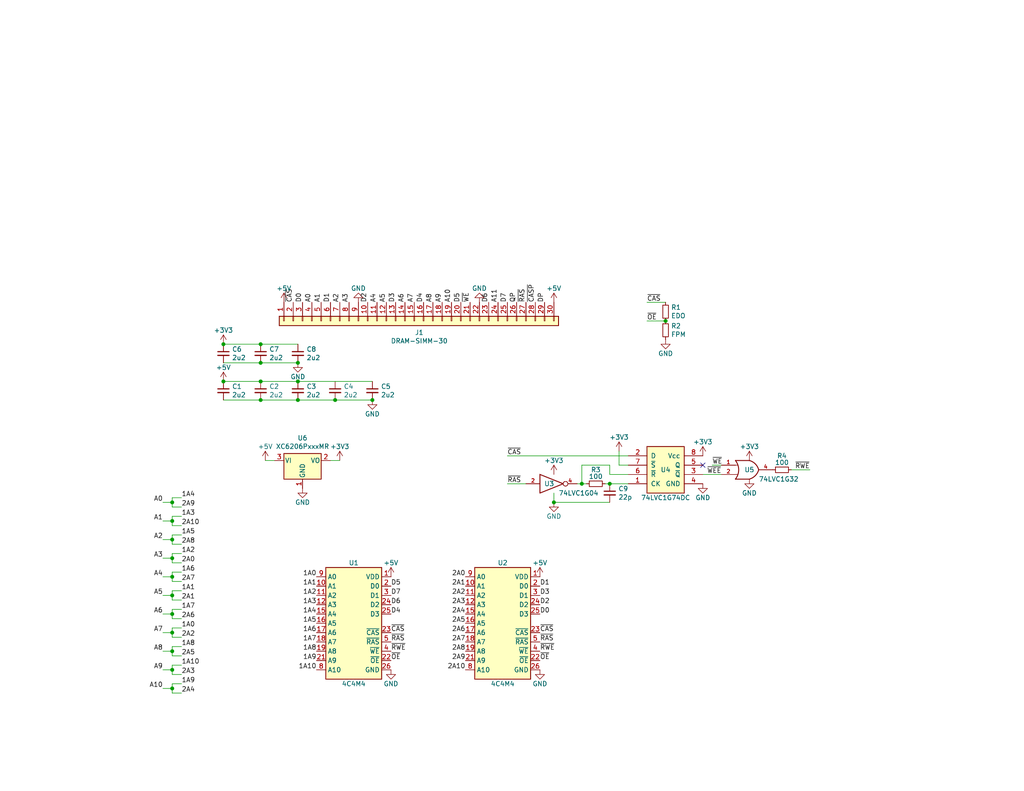
<source format=kicad_sch>
(kicad_sch (version 20211123) (generator eeschema)
  (paper "USLetter")
  (title_block (title "GW4194A") (date "2021-06-19") (rev "1.0") (company "Garrett's Workshop"))
  (lib_symbols
    (symbol "74xGxx:74AHCT1G04" (pin_names (offset 1.016))
      (property "Reference" "U" (at -2.54 3.81 0))
      (property "Value" "74AHCT1G04" (at 0 -3.81 0))
      (symbol "74AHCT1G04_0_1"
        (polyline (pts (xy -3.81 2.54) (xy -3.81 -2.54) (xy 2.54 0) (xy -3.81 2.54)) (stroke (width 0.254)))
      )
      (symbol "74AHCT1G04_1_1"
        (pin input line (at -7.62 0 0) (length 3.81) (name "~") (number "2"))
        (pin power_in line (at 0 -2.54 270) (length 0) hide (name "GND") (number "3"))
        (pin output inverted (at 6.35 0 180) (length 3.81) (name "~") (number "4"))
        (pin power_in line (at 0 2.54 90) (length 0) hide (name "VCC") (number "5"))
      )
    )
    (symbol "74xGxx:74AHCT1G32" (pin_names (offset 1.016))
      (property "Reference" "U" (at -2.54 3.81 0))
      (property "Value" "74AHCT1G32" (at 0 -3.81 0))
      (symbol "74AHCT1G32_0_1"
        (arc (start -3.81 -2.54) (mid -2.919 0) (end -3.81 2.54) (stroke (width 0.254)))
        (arc (start 0 -2.54) (mid 1.5993 -1.6027) (end 2.54 0) (stroke (width 0.254)))
        (polyline (pts (xy -3.81 -1.27) (xy -3.175 -1.27)))
        (polyline (pts (xy -3.81 1.27) (xy -3.175 1.27)))
        (polyline (pts (xy 0 -2.54) (xy -3.81 -2.54)) (stroke (width 0.254)) (fill (type background)))
        (polyline (pts (xy 0 2.54) (xy -3.81 2.54)) (stroke (width 0.254)) (fill (type background)))
        (arc (start 2.54 0) (mid 1.6119 1.6152) (end 0 2.54) (stroke (width 0.254)))
      )
      (symbol "74AHCT1G32_1_1"
        (pin input line (at -7.62 1.27 0) (length 3.81) (name "~") (number "1"))
        (pin input line (at -7.62 -1.27 0) (length 3.81) (name "~") (number "2"))
        (pin power_in line (at 0 -2.54 270) (length 0) hide (name "GND") (number "3"))
        (pin output line (at 6.35 0 180) (length 3.81) (name "~") (number "4"))
        (pin power_in line (at 0 2.54 90) (length 0) hide (name "VCC") (number "5"))
      )
    )
    (symbol "Connector_Generic:Conn_01x30" (pin_names (offset 1.016) hide)
      (property "Reference" "J" (at 0 38.1 0))
      (property "Value" "Conn_01x30" (at 0 -40.64 0))
      (symbol "Conn_01x30_1_1"
        (rectangle (start -1.27 -37.973) (end 0 -38.227) (stroke (width 0.1524)))
        (rectangle (start -1.27 -35.433) (end 0 -35.687) (stroke (width 0.1524)))
        (rectangle (start -1.27 -32.893) (end 0 -33.147) (stroke (width 0.1524)))
        (rectangle (start -1.27 -30.353) (end 0 -30.607) (stroke (width 0.1524)))
        (rectangle (start -1.27 -27.813) (end 0 -28.067) (stroke (width 0.1524)))
        (rectangle (start -1.27 -25.273) (end 0 -25.527) (stroke (width 0.1524)))
        (rectangle (start -1.27 -22.733) (end 0 -22.987) (stroke (width 0.1524)))
        (rectangle (start -1.27 -20.193) (end 0 -20.447) (stroke (width 0.1524)))
        (rectangle (start -1.27 -17.653) (end 0 -17.907) (stroke (width 0.1524)))
        (rectangle (start -1.27 -15.113) (end 0 -15.367) (stroke (width 0.1524)))
        (rectangle (start -1.27 -12.573) (end 0 -12.827) (stroke (width 0.1524)))
        (rectangle (start -1.27 -10.033) (end 0 -10.287) (stroke (width 0.1524)))
        (rectangle (start -1.27 -7.493) (end 0 -7.747) (stroke (width 0.1524)))
        (rectangle (start -1.27 -4.953) (end 0 -5.207) (stroke (width 0.1524)))
        (rectangle (start -1.27 -2.413) (end 0 -2.667) (stroke (width 0.1524)))
        (rectangle (start -1.27 0.127) (end 0 -0.127) (stroke (width 0.1524)))
        (rectangle (start -1.27 2.667) (end 0 2.413) (stroke (width 0.1524)))
        (rectangle (start -1.27 5.207) (end 0 4.953) (stroke (width 0.1524)))
        (rectangle (start -1.27 7.747) (end 0 7.493) (stroke (width 0.1524)))
        (rectangle (start -1.27 10.287) (end 0 10.033) (stroke (width 0.1524)))
        (rectangle (start -1.27 12.827) (end 0 12.573) (stroke (width 0.1524)))
        (rectangle (start -1.27 15.367) (end 0 15.113) (stroke (width 0.1524)))
        (rectangle (start -1.27 17.907) (end 0 17.653) (stroke (width 0.1524)))
        (rectangle (start -1.27 20.447) (end 0 20.193) (stroke (width 0.1524)))
        (rectangle (start -1.27 22.987) (end 0 22.733) (stroke (width 0.1524)))
        (rectangle (start -1.27 25.527) (end 0 25.273) (stroke (width 0.1524)))
        (rectangle (start -1.27 28.067) (end 0 27.813) (stroke (width 0.1524)))
        (rectangle (start -1.27 30.607) (end 0 30.353) (stroke (width 0.1524)))
        (rectangle (start -1.27 33.147) (end 0 32.893) (stroke (width 0.1524)))
        (rectangle (start -1.27 35.687) (end 0 35.433) (stroke (width 0.1524)))
        (rectangle (start -1.27 36.83) (end 1.27 -39.37) (stroke (width 0.254)) (fill (type background)))
        (pin passive line (at -5.08 35.56 0) (length 3.81) (name "Pin_1") (number "1"))
        (pin passive line (at -5.08 12.7 0) (length 3.81) (name "Pin_10") (number "10"))
        (pin passive line (at -5.08 10.16 0) (length 3.81) (name "Pin_11") (number "11"))
        (pin passive line (at -5.08 7.62 0) (length 3.81) (name "Pin_12") (number "12"))
        (pin passive line (at -5.08 5.08 0) (length 3.81) (name "Pin_13") (number "13"))
        (pin passive line (at -5.08 2.54 0) (length 3.81) (name "Pin_14") (number "14"))
        (pin passive line (at -5.08 0 0) (length 3.81) (name "Pin_15") (number "15"))
        (pin passive line (at -5.08 -2.54 0) (length 3.81) (name "Pin_16") (number "16"))
        (pin passive line (at -5.08 -5.08 0) (length 3.81) (name "Pin_17") (number "17"))
        (pin passive line (at -5.08 -7.62 0) (length 3.81) (name "Pin_18") (number "18"))
        (pin passive line (at -5.08 -10.16 0) (length 3.81) (name "Pin_19") (number "19"))
        (pin passive line (at -5.08 33.02 0) (length 3.81) (name "Pin_2") (number "2"))
        (pin passive line (at -5.08 -12.7 0) (length 3.81) (name "Pin_20") (number "20"))
        (pin passive line (at -5.08 -15.24 0) (length 3.81) (name "Pin_21") (number "21"))
        (pin passive line (at -5.08 -17.78 0) (length 3.81) (name "Pin_22") (number "22"))
        (pin passive line (at -5.08 -20.32 0) (length 3.81) (name "Pin_23") (number "23"))
        (pin passive line (at -5.08 -22.86 0) (length 3.81) (name "Pin_24") (number "24"))
        (pin passive line (at -5.08 -25.4 0) (length 3.81) (name "Pin_25") (number "25"))
        (pin passive line (at -5.08 -27.94 0) (length 3.81) (name "Pin_26") (number "26"))
        (pin passive line (at -5.08 -30.48 0) (length 3.81) (name "Pin_27") (number "27"))
        (pin passive line (at -5.08 -33.02 0) (length 3.81) (name "Pin_28") (number "28"))
        (pin passive line (at -5.08 -35.56 0) (length 3.81) (name "Pin_29") (number "29"))
        (pin passive line (at -5.08 30.48 0) (length 3.81) (name "Pin_3") (number "3"))
        (pin passive line (at -5.08 -38.1 0) (length 3.81) (name "Pin_30") (number "30"))
        (pin passive line (at -5.08 27.94 0) (length 3.81) (name "Pin_4") (number "4"))
        (pin passive line (at -5.08 25.4 0) (length 3.81) (name "Pin_5") (number "5"))
        (pin passive line (at -5.08 22.86 0) (length 3.81) (name "Pin_6") (number "6"))
        (pin passive line (at -5.08 20.32 0) (length 3.81) (name "Pin_7") (number "7"))
        (pin passive line (at -5.08 17.78 0) (length 3.81) (name "Pin_8") (number "8"))
        (pin passive line (at -5.08 15.24 0) (length 3.81) (name "Pin_9") (number "9"))
      )
    )
    (symbol "Device:C_Small" (pin_numbers hide) (pin_names (offset 0.254) hide)
      (property "Reference" "C" (at 0.254 1.778 0))
      (property "Value" "C_Small" (at 0.254 -2.032 0))
      (symbol "C_Small_0_1"
        (polyline (pts (xy -1.524 -0.508) (xy 1.524 -0.508)) (stroke (width 0.3302)))
        (polyline (pts (xy -1.524 0.508) (xy 1.524 0.508)) (stroke (width 0.3048)))
      )
      (symbol "C_Small_1_1"
        (pin passive line (at 0 2.54 270) (length 2.032) (name "~") (number "1"))
        (pin passive line (at 0 -2.54 90) (length 2.032) (name "~") (number "2"))
      )
    )
    (symbol "Device:R_Small" (pin_numbers hide) (pin_names (offset 0.254) hide)
      (property "Reference" "R" (at 0.762 0.508 0))
      (property "Value" "R_Small" (at 0.762 -1.016 0))
      (symbol "R_Small_0_1"
        (rectangle (start -0.762 1.778) (end 0.762 -1.778) (stroke (width 0.2032)))
      )
      (symbol "R_Small_1_1"
        (pin passive line (at 0 2.54 270) (length 0.762) (name "~") (number "1"))
        (pin passive line (at 0 -2.54 90) (length 0.762) (name "~") (number "2"))
      )
    )
    (symbol "GW_Logic:741G74DC" (pin_names (offset 1.016))
      (property "Reference" "U" (at 0 7.62 0))
      (property "Value" "741G74DC" (at 0 -7.62 0))
      (symbol "741G74DC_0_1"
        (rectangle (start 5.08 -6.35) (end -5.08 6.35) (stroke (width 0.254)) (fill (type background)))
      )
      (symbol "741G74DC_1_1"
        (pin input line (at -10.16 -3.81 0) (length 5.08) (name "CK") (number "1"))
        (pin input line (at -10.16 3.81 0) (length 5.08) (name "D") (number "2"))
        (pin output line (at 10.16 -1.27 180) (length 5.08) (name "~{Q}") (number "3"))
        (pin power_in line (at 10.16 -3.81 180) (length 5.08) (name "GND") (number "4"))
        (pin output line (at 10.16 1.27 180) (length 5.08) (name "Q") (number "5"))
        (pin input line (at -10.16 -1.27 0) (length 5.08) (name "~{R}") (number "6"))
        (pin input line (at -10.16 1.27 0) (length 5.08) (name "~{S}") (number "7"))
        (pin power_in line (at 10.16 3.81 180) (length 5.08) (name "Vcc") (number "8"))
      )
    )
    (symbol "GW_RAM:DRAM-4Mx4-SOP-24"
      (property "Reference" "U" (at 0 16.51 0))
      (property "Value" "DRAM-4Mx4-SOP-24" (at 0 0 90))
      (symbol "DRAM-4Mx4-SOP-24_0_1"
        (rectangle (start -7.62 15.24) (end 7.62 -15.24) (stroke (width 0.254)) (fill (type background)))
      )
      (symbol "DRAM-4Mx4-SOP-24_1_1"
        (pin power_in line (at 10.16 12.7 180) (length 2.54) (name "VDD") (number "1"))
        (pin input line (at -10.16 10.16 0) (length 2.54) (name "A1") (number "10"))
        (pin input line (at -10.16 7.62 0) (length 2.54) (name "A2") (number "11"))
        (pin input line (at -10.16 5.08 0) (length 2.54) (name "A3") (number "12"))
        (pin power_in line (at 10.16 12.7 180) (length 2.54) hide (name "VDD") (number "13"))
        (pin power_in line (at 10.16 -12.7 180) (length 2.54) hide (name "GND") (number "14"))
        (pin input line (at -10.16 2.54 0) (length 2.54) (name "A4") (number "15"))
        (pin input line (at -10.16 0 0) (length 2.54) (name "A5") (number "16"))
        (pin input line (at -10.16 -2.54 0) (length 2.54) (name "A6") (number "17"))
        (pin input line (at -10.16 -5.08 0) (length 2.54) (name "A7") (number "18"))
        (pin input line (at -10.16 -7.62 0) (length 2.54) (name "A8") (number "19"))
        (pin bidirectional line (at 10.16 10.16 180) (length 2.54) (name "D0") (number "2"))
        (pin no_connect line (at 10.16 0 180) (length 2.54) hide (name "NC") (number "20"))
        (pin input line (at -10.16 -10.16 0) (length 2.54) (name "A9") (number "21"))
        (pin input line (at 10.16 -10.16 180) (length 2.54) (name "~{OE}") (number "22"))
        (pin input line (at 10.16 -2.54 180) (length 2.54) (name "~{CAS}") (number "23"))
        (pin bidirectional line (at 10.16 5.08 180) (length 2.54) (name "D2") (number "24"))
        (pin bidirectional line (at 10.16 2.54 180) (length 2.54) (name "D3") (number "25"))
        (pin power_in line (at 10.16 -12.7 180) (length 2.54) (name "GND") (number "26"))
        (pin bidirectional line (at 10.16 7.62 180) (length 2.54) (name "D1") (number "3"))
        (pin input line (at 10.16 -7.62 180) (length 2.54) (name "~{WE}") (number "4"))
        (pin input line (at 10.16 -5.08 180) (length 2.54) (name "~{RAS}") (number "5"))
        (pin no_connect line (at 10.16 0 180) (length 2.54) hide (name "NC") (number "7"))
        (pin input line (at -10.16 -12.7 0) (length 2.54) (name "A10") (number "8"))
        (pin input line (at -10.16 12.7 0) (length 2.54) (name "A0") (number "9"))
      )
    )
    (symbol "Regulator_Linear:XC6206PxxxMR" (pin_names (offset 0.254))
      (property "Reference" "U" (at -3.81 3.175 0))
      (property "Value" "XC6206PxxxMR" (at 0 3.175 0))
      (symbol "XC6206PxxxMR_0_1"
        (rectangle (start -5.08 1.905) (end 5.08 -5.08) (stroke (width 0.254)) (fill (type background)))
      )
      (symbol "XC6206PxxxMR_1_1"
        (pin power_in line (at 0 -7.62 90) (length 2.54) (name "GND") (number "1"))
        (pin power_out line (at 7.62 0 180) (length 2.54) (name "VO") (number "2"))
        (pin power_in line (at -7.62 0 0) (length 2.54) (name "VI") (number "3"))
      )
    )
    (symbol "power:+3V3" (power) (pin_names (offset 0))
      (property "Value" "+3V3" (at 0 3.556 0))
      (symbol "+3V3_0_1"
        (polyline (pts (xy -0.762 1.27) (xy 0 2.54)))
        (polyline (pts (xy 0 0) (xy 0 2.54)))
        (polyline (pts (xy 0 2.54) (xy 0.762 1.27)))
      )
      (symbol "+3V3_1_1"
        (pin power_in line (at 0 0 90) (length 0) hide (name "+3V3") (number "1"))
      )
    )
    (symbol "power:+5V" (power) (pin_names (offset 0))
      (property "Value" "+5V" (at 0 3.556 0))
      (symbol "+5V_0_1"
        (polyline (pts (xy -0.762 1.27) (xy 0 2.54)))
        (polyline (pts (xy 0 0) (xy 0 2.54)))
        (polyline (pts (xy 0 2.54) (xy 0.762 1.27)))
      )
      (symbol "+5V_1_1"
        (pin power_in line (at 0 0 90) (length 0) hide (name "+5V") (number "1"))
      )
    )
    (symbol "power:GND" (power) (pin_names (offset 0))
      (property "Value" "GND" (at 0 -3.81 0))
      (symbol "GND_0_1"
        (polyline (pts (xy 0 0) (xy 0 -1.27) (xy 1.27 -1.27) (xy 0 -2.54) (xy -1.27 -1.27) (xy 0 -1.27)))
      )
      (symbol "GND_1_1"
        (pin power_in line (at 0 0 270) (length 0) hide (name "GND") (number "1"))
      )
    )
  )
  (junction (at 166.37 132.08))
  (junction (at 81.28 104.14))
  (junction (at 71.12 93.98))
  (junction (at 151.13 137.16))
  (junction (at 101.6 109.22))
  (junction (at 181.61 87.63))
  (junction (at 60.96 104.14))
  (junction (at 46.99 177.8))
  (junction (at 46.99 147.32))
  (junction (at 46.99 152.4))
  (junction (at 46.99 172.72))
  (junction (at 71.12 99.06))
  (junction (at 46.99 182.88))
  (junction (at 60.96 93.98))
  (junction (at 46.99 157.48))
  (junction (at 91.44 109.22))
  (junction (at 71.12 109.22))
  (junction (at 81.28 109.22))
  (junction (at 46.99 137.16))
  (junction (at 81.28 99.06))
  (junction (at 46.99 162.56))
  (junction (at 46.99 187.96))
  (junction (at 71.12 104.14))
  (junction (at 46.99 142.24))
  (junction (at 46.99 167.64))
  (junction (at 158.75 132.08))
  (no_connect (at 191.77 127))
  (wire (pts (xy 151.13 137.16) (xy 166.37 137.16)))
  (wire (pts (xy 46.99 157.48) (xy 46.99 158.75)))
  (wire (pts (xy 46.99 184.15) (xy 49.53 184.15)))
  (wire (pts (xy 46.99 142.24) (xy 46.99 140.97)))
  (wire (pts (xy 166.37 129.54) (xy 166.37 127)))
  (wire (pts (xy 44.45 182.88) (xy 46.99 182.88)))
  (wire (pts (xy 46.99 173.99) (xy 49.53 173.99)))
  (wire (pts (xy 44.45 147.32) (xy 46.99 147.32)))
  (wire (pts (xy 46.99 158.75) (xy 49.53 158.75)))
  (wire (pts (xy 138.43 124.46) (xy 171.45 124.46)))
  (wire (pts (xy 46.99 186.69) (xy 49.53 186.69)))
  (wire (pts (xy 46.99 181.61) (xy 49.53 181.61)))
  (wire (pts (xy 60.96 93.98) (xy 71.12 93.98)))
  (wire (pts (xy 160.02 132.08) (xy 158.75 132.08)))
  (wire (pts (xy 101.6 104.14) (xy 91.44 104.14)))
  (wire (pts (xy 46.99 153.67) (xy 49.53 153.67)))
  (wire (pts (xy 46.99 157.48) (xy 46.99 156.21)))
  (wire (pts (xy 46.99 187.96) (xy 46.99 186.69)))
  (wire (pts (xy 81.28 104.14) (xy 71.12 104.14)))
  (wire (pts (xy 151.13 134.62) (xy 151.13 137.16)))
  (wire (pts (xy 44.45 152.4) (xy 46.99 152.4)))
  (wire (pts (xy 166.37 132.08) (xy 171.45 132.08)))
  (wire (pts (xy 46.99 172.72) (xy 46.99 171.45)))
  (wire (pts (xy 191.77 129.54) (xy 196.85 129.54)))
  (wire (pts (xy 157.48 132.08) (xy 158.75 132.08)))
  (wire (pts (xy 74.93 125.73) (xy 72.39 125.73)))
  (wire (pts (xy 46.99 162.56) (xy 46.99 161.29)))
  (wire (pts (xy 220.98 128.27) (xy 215.9 128.27)))
  (wire (pts (xy 46.99 182.88) (xy 46.99 184.15)))
  (wire (pts (xy 46.99 138.43) (xy 49.53 138.43)))
  (wire (pts (xy 44.45 142.24) (xy 46.99 142.24)))
  (wire (pts (xy 46.99 147.32) (xy 46.99 148.59)))
  (wire (pts (xy 168.91 123.19) (xy 168.91 127)))
  (wire (pts (xy 46.99 152.4) (xy 46.99 151.13)))
  (wire (pts (xy 91.44 104.14) (xy 81.28 104.14)))
  (wire (pts (xy 194.31 127) (xy 196.85 127)))
  (wire (pts (xy 44.45 157.48) (xy 46.99 157.48)))
  (wire (pts (xy 46.99 182.88) (xy 46.99 181.61)))
  (wire (pts (xy 158.75 132.08) (xy 158.75 127)))
  (wire (pts (xy 81.28 99.06) (xy 71.12 99.06)))
  (wire (pts (xy 46.99 137.16) (xy 46.99 138.43)))
  (wire (pts (xy 90.17 125.73) (xy 92.71 125.73)))
  (wire (pts (xy 46.99 147.32) (xy 46.99 146.05)))
  (wire (pts (xy 46.99 176.53) (xy 49.53 176.53)))
  (wire (pts (xy 46.99 179.07) (xy 49.53 179.07)))
  (wire (pts (xy 46.99 142.24) (xy 46.99 143.51)))
  (wire (pts (xy 91.44 109.22) (xy 101.6 109.22)))
  (wire (pts (xy 44.45 137.16) (xy 46.99 137.16)))
  (wire (pts (xy 165.1 132.08) (xy 166.37 132.08)))
  (wire (pts (xy 46.99 151.13) (xy 49.53 151.13)))
  (wire (pts (xy 46.99 167.64) (xy 46.99 168.91)))
  (wire (pts (xy 71.12 99.06) (xy 60.96 99.06)))
  (wire (pts (xy 46.99 163.83) (xy 49.53 163.83)))
  (wire (pts (xy 46.99 162.56) (xy 46.99 163.83)))
  (wire (pts (xy 46.99 168.91) (xy 49.53 168.91)))
  (wire (pts (xy 46.99 161.29) (xy 49.53 161.29)))
  (wire (pts (xy 46.99 187.96) (xy 46.99 189.23)))
  (wire (pts (xy 46.99 137.16) (xy 46.99 135.89)))
  (wire (pts (xy 46.99 189.23) (xy 49.53 189.23)))
  (wire (pts (xy 181.61 87.63) (xy 176.53 87.63)))
  (wire (pts (xy 46.99 146.05) (xy 49.53 146.05)))
  (wire (pts (xy 46.99 172.72) (xy 46.99 173.99)))
  (wire (pts (xy 46.99 140.97) (xy 49.53 140.97)))
  (wire (pts (xy 71.12 109.22) (xy 60.96 109.22)))
  (wire (pts (xy 81.28 109.22) (xy 91.44 109.22)))
  (wire (pts (xy 46.99 152.4) (xy 46.99 153.67)))
  (wire (pts (xy 158.75 127) (xy 166.37 127)))
  (wire (pts (xy 46.99 135.89) (xy 49.53 135.89)))
  (wire (pts (xy 44.45 187.96) (xy 46.99 187.96)))
  (wire (pts (xy 71.12 93.98) (xy 81.28 93.98)))
  (wire (pts (xy 46.99 143.51) (xy 49.53 143.51)))
  (wire (pts (xy 60.96 104.14) (xy 71.12 104.14)))
  (wire (pts (xy 71.12 109.22) (xy 81.28 109.22)))
  (wire (pts (xy 44.45 172.72) (xy 46.99 172.72)))
  (wire (pts (xy 138.43 132.08) (xy 143.51 132.08)))
  (wire (pts (xy 46.99 156.21) (xy 49.53 156.21)))
  (wire (pts (xy 46.99 171.45) (xy 49.53 171.45)))
  (wire (pts (xy 46.99 177.8) (xy 46.99 176.53)))
  (wire (pts (xy 46.99 166.37) (xy 49.53 166.37)))
  (wire (pts (xy 46.99 148.59) (xy 49.53 148.59)))
  (wire (pts (xy 44.45 162.56) (xy 46.99 162.56)))
  (wire (pts (xy 46.99 167.64) (xy 46.99 166.37)))
  (wire (pts (xy 44.45 167.64) (xy 46.99 167.64)))
  (wire (pts (xy 171.45 129.54) (xy 166.37 129.54)))
  (wire (pts (xy 176.53 82.55) (xy 181.61 82.55)))
  (wire (pts (xy 44.45 177.8) (xy 46.99 177.8)))
  (wire (pts (xy 168.91 127) (xy 171.45 127)))
  (wire (pts (xy 46.99 177.8) (xy 46.99 179.07)))
  (label "1A10" (at 86.36 182.88 180))
  (label "A10" (at 44.45 187.96 180))
  (label "~{RWE}" (at 106.68 177.8 0))
  (label "2A6" (at 127 172.72 180))
  (label "~{CAS}" (at 147.32 172.72 0))
  (label "D6" (at 133.35 82.55 90))
  (label "A4" (at 44.45 157.48 180))
  (label "A1" (at 87.63 82.55 90))
  (label "2A10" (at 49.53 143.51 0))
  (label "D4" (at 106.68 167.64 0))
  (label "A6" (at 110.49 82.55 90))
  (label "A7" (at 113.03 82.55 90))
  (label "~{WEE}" (at 196.85 129.54 180))
  (label "~{RWE}" (at 220.98 128.27 180))
  (label "A9" (at 120.65 82.55 90))
  (label "2A6" (at 49.53 168.91 0))
  (label "~{CAS}" (at 138.43 124.46 0))
  (label "DP" (at 148.59 82.55 90))
  (label "~{OE}" (at 106.68 180.34 0))
  (label "1A1" (at 49.53 161.29 0))
  (label "A5" (at 105.41 82.55 90))
  (label "D6" (at 106.68 165.1 0))
  (label "1A1" (at 86.36 160.02 180))
  (label "~{WE}" (at 194.31 127 0))
  (label "2A7" (at 127 175.26 180))
  (label "D0" (at 147.32 167.64 0))
  (label "2A10" (at 127 182.88 180))
  (label "QP" (at 140.97 82.55 90))
  (label "A6" (at 44.45 167.64 180))
  (label "1A4" (at 49.53 135.89 0))
  (label "~{CASP}" (at 146.05 82.55 90))
  (label "D0" (at 82.55 82.55 90))
  (label "1A8" (at 49.53 176.53 0))
  (label "~{RAS}" (at 143.51 82.55 90))
  (label "1A5" (at 86.36 170.18 180))
  (label "D5" (at 125.73 82.55 90))
  (label "D7" (at 106.68 162.56 0))
  (label "2A0" (at 49.53 153.67 0))
  (label "~{CAS}" (at 176.53 82.55 0))
  (label "2A4" (at 49.53 189.23 0))
  (label "2A3" (at 127 165.1 180))
  (label "2A5" (at 127 170.18 180))
  (label "1A7" (at 86.36 175.26 180))
  (label "A2" (at 92.71 82.55 90))
  (label "1A2" (at 86.36 162.56 180))
  (label "~{RWE}" (at 147.32 177.8 0))
  (label "A8" (at 44.45 177.8 180))
  (label "~{RAS}" (at 106.68 175.26 0))
  (label "1A5" (at 49.53 146.05 0))
  (label "A9" (at 44.45 182.88 180))
  (label "2A7" (at 49.53 158.75 0))
  (label "A4" (at 102.87 82.55 90))
  (label "A3" (at 95.25 82.55 90))
  (label "1A0" (at 49.53 171.45 0))
  (label "2A2" (at 127 162.56 180))
  (label "1A2" (at 49.53 151.13 0))
  (label "D3" (at 107.95 82.55 90))
  (label "2A5" (at 49.53 179.07 0))
  (label "2A0" (at 127 157.48 180))
  (label "~{OE}" (at 147.32 180.34 0))
  (label "2A1" (at 127 160.02 180))
  (label "D1" (at 90.17 82.55 90))
  (label "1A9" (at 86.36 180.34 180))
  (label "2A8" (at 127 177.8 180))
  (label "1A10" (at 49.53 181.61 0))
  (label "2A9" (at 49.53 138.43 0))
  (label "~{CAS}" (at 80.01 82.55 90))
  (label "1A3" (at 86.36 165.1 180))
  (label "A0" (at 85.09 82.55 90))
  (label "1A6" (at 49.53 156.21 0))
  (label "1A8" (at 86.36 177.8 180))
  (label "D5" (at 106.68 160.02 0))
  (label "D2" (at 147.32 165.1 0))
  (label "2A4" (at 127 167.64 180))
  (label "A1" (at 44.45 142.24 180))
  (label "~{WE}" (at 128.27 82.55 90))
  (label "D1" (at 147.32 160.02 0))
  (label "A10" (at 123.19 82.55 90))
  (label "A11" (at 135.89 82.55 90))
  (label "~{CAS}" (at 106.68 172.72 0))
  (label "A8" (at 118.11 82.55 90))
  (label "1A6" (at 86.36 172.72 180))
  (label "D4" (at 115.57 82.55 90))
  (label "~{RAS}" (at 138.43 132.08 0))
  (label "1A3" (at 49.53 140.97 0))
  (label "D7" (at 138.43 82.55 90))
  (label "2A8" (at 49.53 148.59 0))
  (label "A7" (at 44.45 172.72 180))
  (label "A0" (at 44.45 137.16 180))
  (label "D2" (at 100.33 82.55 90))
  (label "~{OE}" (at 176.53 87.63 0))
  (label "2A2" (at 49.53 173.99 0))
  (label "D3" (at 147.32 162.56 0))
  (label "1A0" (at 86.36 157.48 180))
  (label "1A7" (at 49.53 166.37 0))
  (label "2A1" (at 49.53 163.83 0))
  (label "2A9" (at 127 180.34 180))
  (label "1A9" (at 49.53 186.69 0))
  (label "A2" (at 44.45 147.32 180))
  (label "A5" (at 44.45 162.56 180))
  (label "~{RAS}" (at 147.32 175.26 0))
  (label "2A3" (at 49.53 184.15 0))
  (label "A3" (at 44.45 152.4 180))
  (label "1A4" (at 86.36 167.64 180))
  (symbol (lib_id "Connector_Generic:Conn_01x30") (at 113.03 87.63 90) (mirror x) (unit 1)
    (property "Reference" "J1" (at 114.4016 90.7796 90))
    (property "Value" "DRAM-SIMM-30" (at 114.4016 93.091 90))
    (property "Footprint" "stdpads:SIMM-30_Edge" (effects hide))
  )
  (symbol (lib_id "power:+5V") (at 151.13 82.55 0) (unit 1)
    (property "Reference" "#PWR0101" (effects hide))
    (property "Value" "+5V" (at 151.13 78.74 0))
  )
  (symbol (lib_id "power:+5V") (at 77.47 82.55 0) (unit 1)
    (property "Reference" "#PWR0102" (effects hide))
    (property "Value" "+5V" (at 77.47 78.74 0))
  )
  (symbol (lib_id "power:GND") (at 130.81 82.55 180) (unit 1)
    (property "Reference" "#PWR0103" (effects hide))
    (property "Value" "GND" (at 130.81 78.74 0))
  )
  (symbol (lib_id "power:GND") (at 97.79 82.55 180) (unit 1)
    (property "Reference" "#PWR0104" (effects hide))
    (property "Value" "GND" (at 97.79 78.74 0))
  )
  (symbol (lib_id "Device:C_Small") (at 60.96 106.68 0) (unit 1)
    (property "Reference" "C1" (at 63.2968 105.5116 0) (effects (justify left)))
    (property "Value" "2u2" (at 63.2968 107.823 0) (effects (justify left)))
    (property "Footprint" "stdpads:C_0805" (effects hide))
  )
  (symbol (lib_id "Device:C_Small") (at 71.12 106.68 0) (unit 1)
    (property "Reference" "C2" (at 73.4568 105.5116 0) (effects (justify left)))
    (property "Value" "2u2" (at 73.4568 107.823 0) (effects (justify left)))
    (property "Footprint" "stdpads:C_0805" (effects hide))
  )
  (symbol (lib_id "power:+5V") (at 60.96 104.14 0) (unit 1)
    (property "Reference" "#PWR0113" (effects hide))
    (property "Value" "+5V" (at 60.96 100.33 0))
  )
  (symbol (lib_id "Device:C_Small") (at 81.28 106.68 0) (unit 1)
    (property "Reference" "C3" (at 83.6168 105.5116 0) (effects (justify left)))
    (property "Value" "2u2" (at 83.6168 107.823 0) (effects (justify left)))
    (property "Footprint" "stdpads:C_0805" (effects hide))
  )
  (symbol (lib_id "Device:C_Small") (at 91.44 106.68 0) (unit 1)
    (property "Reference" "C4" (at 93.7768 105.5116 0) (effects (justify left)))
    (property "Value" "2u2" (at 93.7768 107.823 0) (effects (justify left)))
    (property "Footprint" "stdpads:C_0805" (effects hide))
  )
  (symbol (lib_id "GW_RAM:DRAM-4Mx4-SOP-24") (at 96.52 170.18 0) (unit 1)
    (property "Reference" "U1" (at 96.52 153.67 0))
    (property "Value" "4C4M4" (at 96.52 186.69 0))
    (property "Footprint" "stdpads:SOP-24-26_300mil" (effects hide))
    (property "Datasheet" "https://www.alliancememory.com/wp-content/uploads/pdf/AS6C8008.pdf" (effects hide))
  )
  (symbol (lib_id "power:GND") (at 106.68 182.88 0) (unit 1)
    (property "Reference" "#PWR0105" (effects hide))
    (property "Value" "GND" (at 106.68 186.69 0))
  )
  (symbol (lib_id "power:+5V") (at 106.68 157.48 0) (unit 1)
    (property "Reference" "#PWR0106" (effects hide))
    (property "Value" "+5V" (at 106.68 153.67 0))
  )
  (symbol (lib_id "GW_RAM:DRAM-4Mx4-SOP-24") (at 137.16 170.18 0) (unit 1)
    (property "Reference" "U2" (at 137.16 153.67 0))
    (property "Value" "4C4M4" (at 137.16 186.69 0))
    (property "Footprint" "stdpads:SOP-24-26_300mil" (effects hide))
    (property "Datasheet" "https://www.alliancememory.com/wp-content/uploads/pdf/AS6C8008.pdf" (effects hide))
  )
  (symbol (lib_id "power:GND") (at 147.32 182.88 0) (unit 1)
    (property "Reference" "#PWR0108" (effects hide))
    (property "Value" "GND" (at 147.32 186.69 0))
  )
  (symbol (lib_id "power:+5V") (at 147.32 157.48 0) (unit 1)
    (property "Reference" "#PWR0109" (effects hide))
    (property "Value" "+5V" (at 147.32 153.67 0))
  )
  (symbol (lib_id "power:GND") (at 101.6 109.22 0) (unit 1)
    (property "Reference" "#PWR0110" (effects hide))
    (property "Value" "GND" (at 101.6 113.03 0))
  )
  (symbol (lib_id "Device:C_Small") (at 101.6 106.68 0) (unit 1)
    (property "Reference" "C5" (at 103.9368 105.5116 0) (effects (justify left)))
    (property "Value" "2u2" (at 103.9368 107.823 0) (effects (justify left)))
    (property "Footprint" "stdpads:C_0805" (effects hide))
  )
  (symbol (lib_id "GW_Logic:741G74DC") (at 181.61 128.27 0) (unit 1)
    (property "Reference" "U4" (at 181.61 128.27 0))
    (property "Value" "74LVC1G74DC" (at 181.61 135.89 0))
    (property "Footprint" "stdpads:NXP_TSSOP-8_3x3mm_P0.65mm" (effects hide))
  )
  (symbol (lib_id "power:GND") (at 191.77 132.08 0) (unit 1)
    (property "Reference" "#PWR0107" (effects hide))
    (property "Value" "GND" (at 191.77 135.89 0))
  )
  (symbol (lib_id "Device:R_Small") (at 181.61 90.17 0) (unit 1)
    (property "Reference" "R2" (at 183.1086 89.0016 0) (effects (justify left)))
    (property "Value" "FPM" (at 183.1086 91.313 0) (effects (justify left)))
    (property "Footprint" "stdpads:R_0805" (effects hide))
  )
  (symbol (lib_id "Device:R_Small") (at 181.61 85.09 0) (unit 1)
    (property "Reference" "R1" (at 183.1086 83.9216 0) (effects (justify left)))
    (property "Value" "EDO" (at 183.1086 86.233 0) (effects (justify left)))
    (property "Footprint" "stdpads:R_0805" (effects hide))
  )
  (symbol (lib_id "power:GND") (at 181.61 92.71 0) (unit 1)
    (property "Reference" "#PWR0115" (effects hide))
    (property "Value" "GND" (at 181.61 96.52 0))
  )
  (symbol (lib_id "74xGxx:74AHCT1G32") (at 204.47 128.27 0) (unit 1)
    (property "Reference" "U5" (at 204.47 128.27 0))
    (property "Value" "74LVC1G32" (at 207.01 130.81 0) (effects (justify left)))
    (property "Footprint" "stdpads:SOT-353" (effects hide))
    (property "Datasheet" "http://www.ti.com/lit/sg/scyt129e/scyt129e.pdf" (effects hide))
  )
  (symbol (lib_id "power:GND") (at 204.47 130.81 0) (unit 1)
    (property "Reference" "#PWR0118" (effects hide))
    (property "Value" "GND" (at 204.47 134.62 0))
  )
  (symbol (lib_id "Regulator_Linear:XC6206PxxxMR") (at 82.55 125.73 0) (unit 1)
    (property "Reference" "U6" (at 82.55 119.5832 0))
    (property "Value" "XC6206PxxxMR" (at 82.55 121.8946 0))
    (property "Footprint" "stdpads:SOT-23" (effects hide))
    (property "Datasheet" "https://www.torexsemi.com/file/xc6206/XC6206.pdf" (effects hide))
  )
  (symbol (lib_id "power:GND") (at 82.55 133.35 0) (unit 1)
    (property "Reference" "#PWR0119" (effects hide))
    (property "Value" "GND" (at 82.55 137.16 0))
  )
  (symbol (lib_id "Device:C_Small") (at 60.96 96.52 0) (unit 1)
    (property "Reference" "C6" (at 63.2968 95.3516 0) (effects (justify left)))
    (property "Value" "2u2" (at 63.2968 97.663 0) (effects (justify left)))
    (property "Footprint" "stdpads:C_0805" (effects hide))
  )
  (symbol (lib_id "Device:C_Small") (at 71.12 96.52 0) (unit 1)
    (property "Reference" "C7" (at 73.4568 95.3516 0) (effects (justify left)))
    (property "Value" "2u2" (at 73.4568 97.663 0) (effects (justify left)))
    (property "Footprint" "stdpads:C_0805" (effects hide))
  )
  (symbol (lib_id "power:+3V3") (at 60.96 93.98 0) (unit 1)
    (property "Reference" "#PWR0121" (effects hide))
    (property "Value" "+3V3" (at 60.96 90.17 0))
  )
  (symbol (lib_id "power:+5V") (at 72.39 125.73 0) (unit 1)
    (property "Reference" "#PWR0122" (effects hide))
    (property "Value" "+5V" (at 72.39 121.92 0))
  )
  (symbol (lib_id "power:+3V3") (at 92.71 125.73 0) (unit 1)
    (property "Reference" "#PWR0123" (effects hide))
    (property "Value" "+3V3" (at 92.71 121.92 0))
  )
  (symbol (lib_id "power:+3V3") (at 191.77 124.46 0) (unit 1)
    (property "Reference" "#PWR0114" (effects hide))
    (property "Value" "+3V3" (at 191.77 120.65 0))
  )
  (symbol (lib_id "power:+3V3") (at 204.47 125.73 0) (unit 1)
    (property "Reference" "#PWR0117" (effects hide))
    (property "Value" "+3V3" (at 204.47 121.92 0))
  )
  (symbol (lib_id "Device:C_Small") (at 81.28 96.52 0) (unit 1)
    (property "Reference" "C8" (at 83.6168 95.3516 0) (effects (justify left)))
    (property "Value" "2u2" (at 83.6168 97.663 0) (effects (justify left)))
    (property "Footprint" "stdpads:C_0805" (effects hide))
  )
  (symbol (lib_id "power:GND") (at 81.28 99.06 0) (unit 1)
    (property "Reference" "#PWR0120" (effects hide))
    (property "Value" "GND" (at 81.28 102.87 0))
  )
  (symbol (lib_id "power:+3V3") (at 168.91 123.19 0) (unit 1)
    (property "Reference" "#PWR0111" (effects hide))
    (property "Value" "+3V3" (at 168.91 119.38 0))
  )
  (symbol (lib_id "Device:C_Small") (at 166.37 134.62 0) (unit 1)
    (property "Reference" "C9" (at 168.7068 133.4516 0) (effects (justify left)))
    (property "Value" "22p" (at 168.7068 135.763 0) (effects (justify left)))
    (property "Footprint" "stdpads:C_0805" (effects hide))
  )
  (symbol (lib_id "Device:R_Small") (at 162.56 132.08 270) (unit 1)
    (property "Reference" "R3" (at 162.56 128.27 90))
    (property "Value" "100" (at 162.56 130.81 90) (effects (justify bottom)))
    (property "Footprint" "stdpads:R_0805" (effects hide))
  )
  (symbol (lib_id "74xGxx:74AHCT1G04") (at 151.13 132.08 0) (unit 1)
    (property "Reference" "U3" (at 149.86 132.08 0))
    (property "Value" "74LVC1G04" (at 152.4 134.62 0) (effects (justify left)))
    (property "Footprint" "stdpads:SOT-353" (effects hide))
    (property "Datasheet" "http://www.ti.com/lit/sg/scyt129e/scyt129e.pdf" (effects hide))
  )
  (symbol (lib_id "power:GND") (at 151.13 137.16 0) (unit 1)
    (property "Reference" "#PWR0112" (effects hide))
    (property "Value" "GND" (at 151.13 140.97 0))
  )
  (symbol (lib_id "power:+3V3") (at 151.13 129.54 0) (unit 1)
    (property "Reference" "#PWR0116" (effects hide))
    (property "Value" "+3V3" (at 151.13 125.73 0))
  )
  (symbol (lib_id "Device:R_Small") (at 213.36 128.27 270) (unit 1)
    (property "Reference" "R4" (at 213.36 124.46 90))
    (property "Value" "100" (at 213.36 127 90) (effects (justify bottom)))
    (property "Footprint" "stdpads:R_0805" (effects hide))
  )
)
</source>
